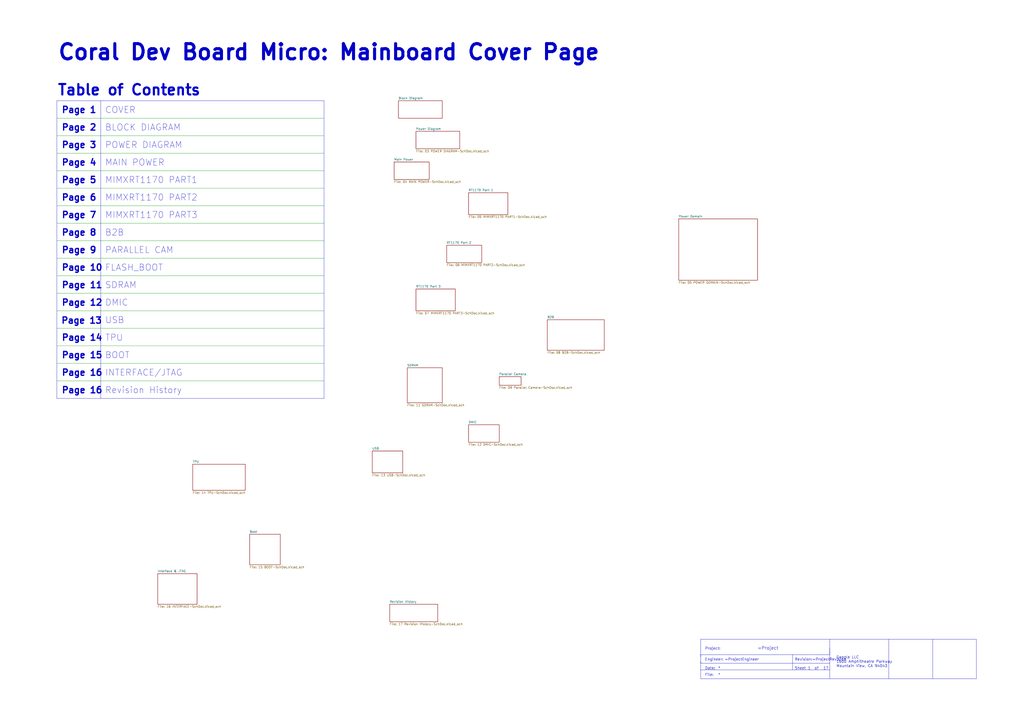
<source format=kicad_sch>
(kicad_sch (version 20230121) (generator eeschema)
  (paper "A2")
  (title_block (date "31 01 2024"))
  (lib_symbols)
  (polyline (pts (xy 481.33 379.73) (xy 406.4 379.73)))
  (polyline (pts (xy 406.4 388.62) (xy 481.33 388.62)))
  (polyline (pts (xy 515.62 393.7) (xy 515.62 370.84)))
  (polyline (pts (xy 187.96 231.14) (xy 187.96 58.42)))
  (polyline (pts (xy 481.33 393.7) (xy 481.33 388.62)))
  (polyline (pts (xy 406.4 370.84) (xy 566.42 370.84)))
  (polyline (pts (xy 33.02 231.14) (xy 33.02 58.42)))
  (polyline (pts (xy 481.33 384.81) (xy 406.4 384.81)))
  (wire (pts (xy 33.02 149.86) (xy 187.96 149.86)))
  (polyline (pts (xy 406.4 393.7) (xy 566.42 393.7)))
  (wire (pts (xy 33.02 139.7) (xy 187.96 139.7)))
  (wire (pts (xy 33.02 210.82) (xy 187.96 210.82)))
  (wire (pts (xy 33.02 180.34) (xy 187.96 180.34)))
  (polyline (pts (xy 459.74 388.62) (xy 459.74 379.73)))
  (polyline (pts (xy 481.33 388.62) (xy 481.33 384.81)))
  (wire (pts (xy 33.02 200.66) (xy 187.96 200.66)))
  (polyline (pts (xy 566.42 393.7) (xy 566.42 370.84)))
  (wire (pts (xy 33.02 88.9) (xy 187.96 88.9)))
  (wire (pts (xy 33.02 109.22) (xy 187.96 109.22)))
  (wire (pts (xy 33.02 78.74) (xy 187.96 78.74)))
  (wire (pts (xy 33.02 170.18) (xy 187.96 170.18)))
  (wire (pts (xy 33.02 119.38) (xy 187.96 119.38)))
  (polyline (pts (xy 58.42 58.42) (xy 58.42 231.14)))
  (polyline (pts (xy 481.33 375.92) (xy 481.33 384.81)))
  (wire (pts (xy 33.02 220.98) (xy 187.96 220.98)))
  (polyline (pts (xy 33.02 58.42) (xy 187.96 58.42)))
  (wire (pts (xy 33.02 99.06) (xy 187.96 99.06)))
  (wire (pts (xy 33.02 129.54) (xy 187.96 129.54)))
  (polyline (pts (xy 406.4 393.7) (xy 406.4 370.84)))
  (wire (pts (xy 33.02 190.5) (xy 187.96 190.5)))
  (wire (pts (xy 33.02 68.58) (xy 187.96 68.58)))
  (polyline (pts (xy 33.02 231.14) (xy 187.96 231.14)))
  (polyline (pts (xy 541.02 393.7) (xy 541.02 370.84)))
  (polyline (pts (xy 406.4 384.81) (xy 406.4 383.54)))
  (wire (pts (xy 33.02 160.02) (xy 187.96 160.02)))
  (polyline (pts (xy 481.33 370.84) (xy 481.33 379.73)))
  (polyline (pts (xy 406.4 379.73) (xy 406.4 381)))
  (text "Page 16" (at 35.56 218.44 0) (effects (font (size 3.6576 3.6576) (thickness 0.7315) bold) (justify left bottom)))
  (text "=ProjectRevision" (at 471.17 383.54 0) (effects (font (size 1.524 1.524)) (justify left bottom)))
  (text "SDRAM" (at 60.96 167.64 0) (effects (font (size 3.6576 3.6576)) (justify left bottom)))
  (text "Page 4" (at 35.56 96.52 0) (effects (font (size 3.6576 3.6576) (thickness 0.7315) bold) (justify left bottom)))
  (text "MIMXRT1170 PART1" (at 60.96 106.68 0) (effects (font (size 3.6576 3.6576)) (justify left bottom)))
  (text "Page 10" (at 35.56 157.48 0) (effects (font (size 3.6576 3.6576) (thickness 0.7315) bold) (justify left bottom)))
  (text "PARALLEL CAM" (at 60.96 147.32 0) (effects (font (size 3.6576 3.6576)) (justify left bottom)))
  (text "MIMXRT1170 PART2" (at 60.96 116.84 0) (effects (font (size 3.6576 3.6576)) (justify left bottom)))
  (text "FLASH_BOOT" (at 60.96 157.48 0) (effects (font (size 3.6576 3.6576)) (justify left bottom)))
  (text "Page 12" (at 35.56 177.8 0) (effects (font (size 3.6576 3.6576) (thickness 0.7315) bold) (justify left bottom)))
  (text "COVER" (at 60.96 66.04 0) (effects (font (size 3.6576 3.6576)) (justify left bottom)))
  (text "Table of Contents" (at 33.02 55.88 0) (effects (font (size 6.096 6.096) (thickness 1.2192) bold) (justify left bottom)))
  (text "Mountain View, CA 94043" (at 485.14 387.35 0) (effects (font (size 1.524 1.524)) (justify left bottom)))
  (text "Page 3" (at 35.56 86.36 0) (effects (font (size 3.6576 3.6576) (thickness 0.7315) bold) (justify left bottom)))
  (text "1" (at 468.63 388.62 0) (effects (font (size 1.524 1.524)) (justify left bottom)))
  (text "Coral Dev Board Micro: Mainboard Cover Page" (at 33.02 35.56 0) (effects (font (size 8.8392 8.8392) (thickness 1.7678) bold) (justify left bottom)))
  (text "Page 15" (at 35.56 208.28 0) (effects (font (size 3.6576 3.6576) (thickness 0.7315) bold) (justify left bottom)))
  (text "Revision History" (at 60.96 228.6 0) (effects (font (size 3.6576 3.6576)) (justify left bottom)))
  (text "File:" (at 408.94 392.43 0) (effects (font (size 1.524 1.524)) (justify left bottom)))
  (text "Sheet" (at 461.01 388.62 0) (effects (font (size 1.524 1.524)) (justify left bottom)))
  (text "1600 Amphitheatre Parkway" (at 485.14 384.81 0) (effects (font (size 1.524 1.524)) (justify left bottom)))
  (text "17" (at 477.52 388.62 0) (effects (font (size 1.524 1.524)) (justify left bottom)))
  (text "Page 2" (at 35.56 76.2 0) (effects (font (size 3.6576 3.6576) (thickness 0.7315) bold) (justify left bottom)))
  (text "Page 7" (at 35.56 127 0) (effects (font (size 3.6576 3.6576) (thickness 0.7315) bold) (justify left bottom)))
  (text "Page 13" (at 35.306 188.214 0) (effects (font (size 3.6576 3.6576) (thickness 0.7315) bold) (justify left bottom)))
  (text "Google LLC" (at 485.14 382.27 0) (effects (font (size 1.524 1.524)) (justify left bottom)))
  (text "=ProjectEngineer" (at 420.37 383.54 0) (effects (font (size 1.524 1.524)) (justify left bottom)))
  (text "INTERFACE/JTAG" (at 60.96 218.44 0) (effects (font (size 3.6576 3.6576)) (justify left bottom)))
  (text "TPU" (at 60.96 198.12 0) (effects (font (size 3.6576 3.6576)) (justify left bottom)))
  (text "*" (at 416.56 392.43 0) (effects (font (size 1.524 1.524)) (justify left bottom)))
  (text "MIMXRT1170 PART3" (at 60.96 127 0) (effects (font (size 3.6576 3.6576)) (justify left bottom)))
  (text "Page 9" (at 35.56 147.32 0) (effects (font (size 3.6576 3.6576) (thickness 0.7315) bold) (justify left bottom)))
  (text "*" (at 416.56 388.62 0) (effects (font (size 1.524 1.524)) (justify left bottom)))
  (text "Revision:" (at 461.01 383.54 0) (effects (font (size 1.524 1.524)) (justify left bottom)))
  (text "BOOT" (at 60.96 208.28 0) (effects (font (size 3.6576 3.6576)) (justify left bottom)))
  (text "Project:" (at 408.94 377.19 0) (effects (font (size 1.524 1.524)) (justify left bottom)))
  (text "=Project" (at 439.42 377.19 0) (effects (font (size 1.8288 1.8288)) (justify left bottom)))
  (text "B2B" (at 60.96 137.16 0) (effects (font (size 3.6576 3.6576)) (justify left bottom)))
  (text "Date:" (at 408.94 388.62 0) (effects (font (size 1.524 1.524)) (justify left bottom)))
  (text "Page 16" (at 35.56 228.6 0) (effects (font (size 3.6576 3.6576) (thickness 0.7315) bold) (justify left bottom)))
  (text "of" (at 472.44 388.62 0) (effects (font (size 1.524 1.524)) (justify left bottom)))
  (text "USB" (at 60.96 187.96 0) (effects (font (size 3.6576 3.6576)) (justify left bottom)))
  (text "MAIN POWER" (at 60.96 96.52 0) (effects (font (size 3.6576 3.6576)) (justify left bottom)))
  (text "Page 6" (at 35.56 116.84 0) (effects (font (size 3.6576 3.6576) (thickness 0.7315) bold) (justify left bottom)))
  (text "Engineer:" (at 408.94 383.54 0) (effects (font (size 1.524 1.524)) (justify left bottom)))
  (text "Page 1" (at 35.56 66.04 0) (effects (font (size 3.6576 3.6576) (thickness 0.7315) bold) (justify left bottom)))
  (text "DMIC" (at 60.96 177.8 0) (effects (font (size 3.6576 3.6576)) (justify left bottom)))
  (text "Page 14" (at 35.56 198.12 0) (effects (font (size 3.6576 3.6576) (thickness 0.7315) bold) (justify left bottom)))
  (text "POWER DIAGRAM" (at 60.96 86.36 0) (effects (font (size 3.6576 3.6576)) (justify left bottom)))
  (text "BLOCK DIAGRAM" (at 60.96 76.2 0) (effects (font (size 3.6576 3.6576)) (justify left bottom)))
  (text "Page 11" (at 35.56 167.64 0) (effects (font (size 3.6576 3.6576) (thickness 0.7315) bold) (justify left bottom)))
  (text "Page 5" (at 35.56 106.68 0) (effects (font (size 3.6576 3.6576) (thickness 0.7315) bold) (justify left bottom)))
  (text "Page 8" (at 35.56 137.16 0) (effects (font (size 3.6576 3.6576) (thickness 0.7315) bold) (justify left bottom)))
  (sheet (at 226.06 350.52) (size 27.94 10.16) (stroke (width 0.1524))
    (property "Sheetname" "Revision History" (at 226.06 349.8084 0) (effects (justify left bottom)))
    (property "Sheetfile" "17 Revision History-SchDoc.kicad_sch" (at 226.06 361.2646 0) (effects (justify left top)))
  )
  (sheet (at 91.44 332.74) (size 22.86 17.78) (stroke (width 0.1524))
    (property "Sheetname" "Interface & JTAG" (at 91.44 332.0284 0) (effects (justify left bottom)))
    (property "Sheetfile" "16 INTERFACE-SchDoc.kicad_sch" (at 91.44 351.1046 0) (effects (justify left top)))
  )
  (sheet (at 236.22 213.36) (size 20.32 20.32) (stroke (width 0.1524))
    (property "Sheetname" "SDRAM" (at 236.22 212.6484 0) (effects (justify left bottom)))
    (property "Sheetfile" "11 SDRAM-SchDoc.kicad_sch" (at 236.22 234.2646 0) (effects (justify left top)))
  )
  (sheet (at 215.9 261.62) (size 17.78 12.7) (stroke (width 0.1524))
    (property "Sheetname" "USB" (at 215.9 260.9084 0) (effects (justify left bottom)))
    (property "Sheetfile" "13 USB-SchDoc.kicad_sch" (at 215.9 274.9046 0) (effects (justify left top)))
  )
  (sheet (at 271.78 246.38) (size 17.78 10.16) (stroke (width 0.1524))
    (property "Sheetname" "DMIC" (at 271.78 245.6684 0) (effects (justify left bottom)))
    (property "Sheetfile" "12 DMIC-SchDoc.kicad_sch" (at 271.78 257.1246 0) (effects (justify left top)))
  )
  (sheet (at 144.78 309.88) (size 17.78 17.78) (stroke (width 0.1524))
    (property "Sheetname" "Boot" (at 144.78 309.1684 0) (effects (justify left bottom)))
    (property "Sheetfile" "15 BOOT-SchDoc.kicad_sch" (at 144.78 328.2446 0) (effects (justify left top)))
  )
  (sheet (at 393.7 127) (size 45.72 35.56) (stroke (width 0.1524))
    (property "Sheetname" "Power Domain" (at 393.7 126.2884 0) (effects (justify left bottom)))
    (property "Sheetfile" "05 POWER DOMAIN-SchDoc.kicad_sch" (at 393.7 163.1446 0) (effects (justify left top)))
  )
  (sheet (at 111.76 269.24) (size 30.48 15.24) (stroke (width 0.1524))
    (property "Sheetname" "TPU" (at 111.76 268.5284 0) (effects (justify left bottom)))
    (property "Sheetfile" "14 TPU-SchDoc.kicad_sch" (at 111.76 285.0646 0) (effects (justify left top)))
  )
  (sheet (at 241.3 76.2) (size 25.4 10.16) (stroke (width 0.1524))
    (property "Sheetname" "Power Diagram" (at 241.3 75.4884 0) (effects (justify left bottom)))
    (property "Sheetfile" "03 POWER DIAGRAM-SchDoc.kicad_sch" (at 241.3 86.9446 0) (effects (justify left top)))
  )
  (sheet (at 231.14 58.42) (size 25.4 10.16) (stroke (width 0.1524))
    (property "Sheetname" "Block Diagram" (at 231.14 57.7084 0) (effects (justify left bottom)))
    (property "Sheetfile" "02 BLOCK DIAGRAM-SchDoc.kicad_sch" (effects hide))
  )
  (sheet (at 259.08 142.24) (size 20.32 10.16) (stroke (width 0.1524))
    (property "Sheetname" "RT1170 Part 2" (at 259.08 141.5284 0) (effects (justify left bottom)))
    (property "Sheetfile" "06 MIMXRT1170 PART2-SchDoc.kicad_sch" (at 259.08 152.9846 0) (effects (justify left top)))
  )
  (sheet (at 241.3 167.64) (size 22.86 12.7) (stroke (width 0.1524))
    (property "Sheetname" "RT1170 Part 3" (at 241.3 166.9284 0) (effects (justify left bottom)))
    (property "Sheetfile" "07 MIMXRT1170 PART3-SchDoc.kicad_sch" (at 241.3 180.9246 0) (effects (justify left top)))
  )
  (sheet (at 317.5 185.42) (size 33.02 17.78) (stroke (width 0.1524))
    (property "Sheetname" "B2B" (at 317.5 184.7084 0) (effects (justify left bottom)))
    (property "Sheetfile" "08 B2B-SchDoc.kicad_sch" (at 317.5 203.7846 0) (effects (justify left top)))
  )
  (sheet (at 228.6 93.98) (size 20.32 10.16) (stroke (width 0.1524))
    (property "Sheetname" "Main Power" (at 228.6 93.2684 0) (effects (justify left bottom)))
    (property "Sheetfile" "04 MAIN POWER-SchDoc.kicad_sch" (at 228.6 104.7246 0) (effects (justify left top)))
  )
  (sheet (at 289.56 218.44) (size 12.7 5.08) (stroke (width 0.1524))
    (property "Sheetname" "Parallel Camera" (at 289.56 217.7284 0) (effects (justify left bottom)))
    (property "Sheetfile" "09 Parallel Camera-SchDoc.kicad_sch" (at 289.56 224.1046 0) (effects (justify left top)))
  )
  (sheet (at 271.78 111.76) (size 22.86 12.7) (stroke (width 0.1524))
    (property "Sheetname" "RT1170 Part 1" (at 271.78 111.0484 0) (effects (justify left bottom)))
    (property "Sheetfile" "05 MIMXRT1170 PART1-SchDoc.kicad_sch" (at 271.78 125.0446 0) (effects (justify left top)))
  )
)
</source>
